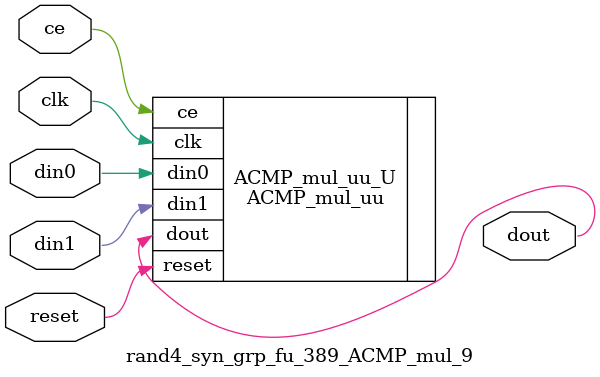
<source format=v>

`timescale 1 ns / 1 ps
module rand4_syn_grp_fu_389_ACMP_mul_9(
    clk,
    reset,
    ce,
    din0,
    din1,
    dout);

parameter ID = 32'd1;
parameter NUM_STAGE = 32'd1;
parameter din0_WIDTH = 32'd1;
parameter din1_WIDTH = 32'd1;
parameter dout_WIDTH = 32'd1;
input clk;
input reset;
input ce;
input[din0_WIDTH - 1:0] din0;
input[din1_WIDTH - 1:0] din1;
output[dout_WIDTH - 1:0] dout;



ACMP_mul_uu #(
.ID( ID ),
.NUM_STAGE( 2 ),
.din0_WIDTH( din0_WIDTH ),
.din1_WIDTH( din1_WIDTH ),
.dout_WIDTH( dout_WIDTH ))
ACMP_mul_uu_U(
    .clk( clk ),
    .reset( reset ),
    .ce( ce ),
    .din0( din0 ),
    .din1( din1 ),
    .dout( dout ));

endmodule

</source>
